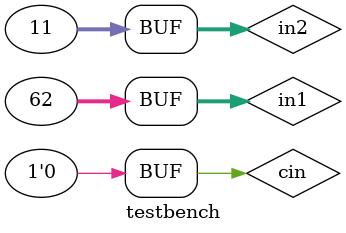
<source format=v>
module testbench;

	reg cin = 1'b0;
	reg[0:31] in1,in2;
	wire cout;
	wire[0:31] out;
	adder_32bits myadder(in1,in2,cin,out,cout);
	initial 
		begin
			$monitor($time, "in1 = %b | in2 = %b | out = %b | out = %d | cout = %b",in1,in2,out,out,cout);
			#0 in1 = 32'd0;	in2 = 32'd45;
			#4 in1 = 32'd32;	in2 = 32'd45;
			#4 in1 = 32'd9;	in2 = 32'd5;
			#4 in1 = 32'd23;	in2 = 32'd44;
			#4 in1 = 32'd12;	in2 = 32'd4;
			#4 in1 = 32'd22;	in2 = 32'd43;
			#4 in1 = 32'd16;	in2 = 32'd45;
			#4 in1 = 32'd62;	in2 = 32'd11;
		end
endmodule
</source>
